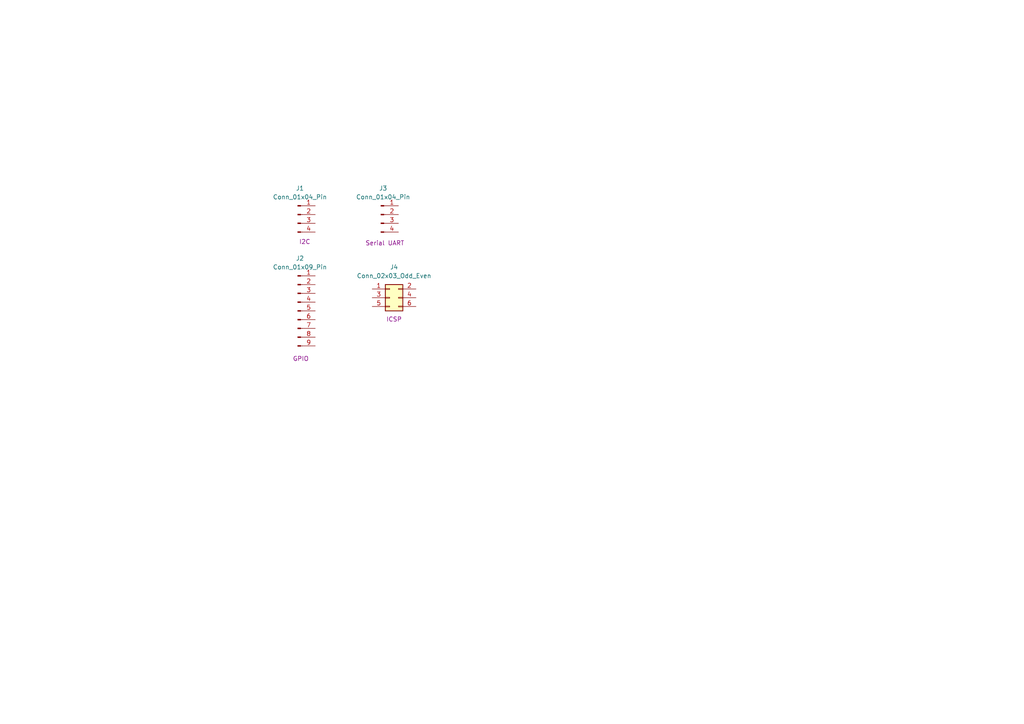
<source format=kicad_sch>
(kicad_sch (version 20231120) (generator "eeschema") (generator_version "8.0")
  (paper "A4")
  (lib_symbols
    (symbol "Connector:Conn_01x04_Pin" (pin_names (offset 1.016) hide)
      (property "Reference" "J" (at 0 5.08 0))
      (property "Value" "Conn_01x04_Pin" (at 0 -7.62 0))
      (symbol "Conn_01x04_Pin_1_1"
        (polyline (pts (xy 1.27 -5.08) (xy 0.8636 -5.08)) (stroke (width 0.1524)))
        (polyline (pts (xy 1.27 -2.54) (xy 0.8636 -2.54)) (stroke (width 0.1524)))
        (polyline (pts (xy 1.27 0) (xy 0.8636 0)) (stroke (width 0.1524)))
        (polyline (pts (xy 1.27 2.54) (xy 0.8636 2.54)) (stroke (width 0.1524)))
        (rectangle (start 0.8636 -4.953) (end 0 -5.207) (stroke (width 0.1524)) (fill (type outline)))
        (rectangle (start 0.8636 -2.413) (end 0 -2.667) (stroke (width 0.1524)) (fill (type outline)))
        (rectangle (start 0.8636 0.127) (end 0 -0.127) (stroke (width 0.1524)) (fill (type outline)))
        (rectangle (start 0.8636 2.667) (end 0 2.413) (stroke (width 0.1524)) (fill (type outline)))
        (pin passive line (at 5.08 2.54 180) (length 3.81) (name "Pin_1") (number "1"))
        (pin passive line (at 5.08 0 180) (length 3.81) (name "Pin_2") (number "2"))
        (pin passive line (at 5.08 -2.54 180) (length 3.81) (name "Pin_3") (number "3"))
        (pin passive line (at 5.08 -5.08 180) (length 3.81) (name "Pin_4") (number "4"))
      )
    )
    (symbol "Connector:Conn_01x09_Pin" (pin_names (offset 1.016) hide)
      (property "Reference" "J" (at 0 12.7 0))
      (property "Value" "Conn_01x09_Pin" (at 0 -12.7 0))
      (symbol "Conn_01x09_Pin_1_1"
        (polyline (pts (xy 1.27 -10.16) (xy 0.8636 -10.16)) (stroke (width 0.1524)))
        (polyline (pts (xy 1.27 -7.62) (xy 0.8636 -7.62)) (stroke (width 0.1524)))
        (polyline (pts (xy 1.27 -5.08) (xy 0.8636 -5.08)) (stroke (width 0.1524)))
        (polyline (pts (xy 1.27 -2.54) (xy 0.8636 -2.54)) (stroke (width 0.1524)))
        (polyline (pts (xy 1.27 0) (xy 0.8636 0)) (stroke (width 0.1524)))
        (polyline (pts (xy 1.27 2.54) (xy 0.8636 2.54)) (stroke (width 0.1524)))
        (polyline (pts (xy 1.27 5.08) (xy 0.8636 5.08)) (stroke (width 0.1524)))
        (polyline (pts (xy 1.27 7.62) (xy 0.8636 7.62)) (stroke (width 0.1524)))
        (polyline (pts (xy 1.27 10.16) (xy 0.8636 10.16)) (stroke (width 0.1524)))
        (rectangle (start 0.8636 -10.033) (end 0 -10.287) (stroke (width 0.1524)) (fill (type outline)))
        (rectangle (start 0.8636 -7.493) (end 0 -7.747) (stroke (width 0.1524)) (fill (type outline)))
        (rectangle (start 0.8636 -4.953) (end 0 -5.207) (stroke (width 0.1524)) (fill (type outline)))
        (rectangle (start 0.8636 -2.413) (end 0 -2.667) (stroke (width 0.1524)) (fill (type outline)))
        (rectangle (start 0.8636 0.127) (end 0 -0.127) (stroke (width 0.1524)) (fill (type outline)))
        (rectangle (start 0.8636 2.667) (end 0 2.413) (stroke (width 0.1524)) (fill (type outline)))
        (rectangle (start 0.8636 5.207) (end 0 4.953) (stroke (width 0.1524)) (fill (type outline)))
        (rectangle (start 0.8636 7.747) (end 0 7.493) (stroke (width 0.1524)) (fill (type outline)))
        (rectangle (start 0.8636 10.287) (end 0 10.033) (stroke (width 0.1524)) (fill (type outline)))
        (pin passive line (at 5.08 10.16 180) (length 3.81) (name "Pin_1") (number "1"))
        (pin passive line (at 5.08 7.62 180) (length 3.81) (name "Pin_2") (number "2"))
        (pin passive line (at 5.08 5.08 180) (length 3.81) (name "Pin_3") (number "3"))
        (pin passive line (at 5.08 2.54 180) (length 3.81) (name "Pin_4") (number "4"))
        (pin passive line (at 5.08 0 180) (length 3.81) (name "Pin_5") (number "5"))
        (pin passive line (at 5.08 -2.54 180) (length 3.81) (name "Pin_6") (number "6"))
        (pin passive line (at 5.08 -5.08 180) (length 3.81) (name "Pin_7") (number "7"))
        (pin passive line (at 5.08 -7.62 180) (length 3.81) (name "Pin_8") (number "8"))
        (pin passive line (at 5.08 -10.16 180) (length 3.81) (name "Pin_9") (number "9"))
      )
    )
    (symbol "Connector_Generic:Conn_02x03_Odd_Even" (pin_names (offset 1.016) hide)
      (property "Reference" "J" (at 1.27 5.08 0))
      (property "Value" "Conn_02x03_Odd_Even" (at 1.27 -5.08 0))
      (symbol "Conn_02x03_Odd_Even_1_1"
        (rectangle (start -1.27 -2.413) (end 0 -2.667) (stroke (width 0.1524)))
        (rectangle (start -1.27 0.127) (end 0 -0.127) (stroke (width 0.1524)))
        (rectangle (start -1.27 2.667) (end 0 2.413) (stroke (width 0.1524)))
        (rectangle (start -1.27 3.81) (end 3.81 -3.81) (stroke (width 0.254)) (fill (type background)))
        (rectangle (start 3.81 -2.413) (end 2.54 -2.667) (stroke (width 0.1524)))
        (rectangle (start 3.81 0.127) (end 2.54 -0.127) (stroke (width 0.1524)))
        (rectangle (start 3.81 2.667) (end 2.54 2.413) (stroke (width 0.1524)))
        (pin passive line (at -5.08 2.54 0) (length 3.81) (name "Pin_1") (number "1"))
        (pin passive line (at 7.62 2.54 180) (length 3.81) (name "Pin_2") (number "2"))
        (pin passive line (at -5.08 0 0) (length 3.81) (name "Pin_3") (number "3"))
        (pin passive line (at 7.62 0 180) (length 3.81) (name "Pin_4") (number "4"))
        (pin passive line (at -5.08 -2.54 0) (length 3.81) (name "Pin_5") (number "5"))
        (pin passive line (at 7.62 -2.54 180) (length 3.81) (name "Pin_6") (number "6"))
      )
    )
  )
  (symbol (lib_id "Connector:Conn_01x04_Pin") (at 110.49 62.23 0) (unit 1)
    (property "Reference" "J3" (at 111.125 54.61 0))
    (property "Value" "Conn_01x04_Pin" (at 111.125 57.15 0))
    (property "Footprint" "Connector_PinHeader_2.54mm:PinHeader_1x04_P2.54mm_Vertical" (effects (hide yes)))
    (property "Description" "Generic connector, single row, 01x04, script generated" (effects (hide yes)))
    (property "Purpose" "Serial UART" (at 111.633 70.485 0))
  )
  (symbol (lib_id "Connector:Conn_01x09_Pin") (at 86.36 90.17 0) (unit 1)
    (property "Reference" "J2" (at 86.995 74.93 0))
    (property "Value" "Conn_01x09_Pin" (at 86.995 77.47 0))
    (property "Footprint" "Connector_PinHeader_2.54mm:PinHeader_1x09_P2.54mm_Vertical" (effects (hide yes)))
    (property "Description" "Generic connector, single row, 01x09, script generated" (effects (hide yes)))
    (property "Purpose" "GPIO" (at 87.249 104.013 0))
  )
  (symbol (lib_id "Connector_Generic:Conn_02x03_Odd_Even") (at 113.03 86.36 0) (unit 1)
    (property "Reference" "J4" (at 114.3 77.47 0))
    (property "Value" "Conn_02x03_Odd_Even" (at 114.3 80.01 0))
    (property "Footprint" "Connector_PinHeader_2.54mm:PinHeader_2x03_P2.54mm_Vertical" (effects (hide yes)))
    (property "Description" "Generic connector, double row, 02x03, odd/even pin numbering scheme (row 1 odd numbers, row 2 even numbers), script generated (kicad-library-utils/schlib/autogen/connector/)" (effects (hide yes)))
    (property "Purpose" "ICSP" (at 114.3 92.583 0))
  )
  (symbol (lib_id "Connector:Conn_01x04_Pin") (at 86.36 62.23 0) (unit 1)
    (property "Reference" "J1" (at 86.995 54.61 0))
    (property "Value" "Conn_01x04_Pin" (at 86.995 57.15 0))
    (property "Footprint" "Connector_PinHeader_2.54mm:PinHeader_1x04_P2.54mm_Vertical" (effects (hide yes)))
    (property "Description" "Generic connector, single row, 01x04, script generated" (effects (hide yes)))
    (property "Purpose" "I2C" (at 88.392 70.104 0))
  )
)
</source>
